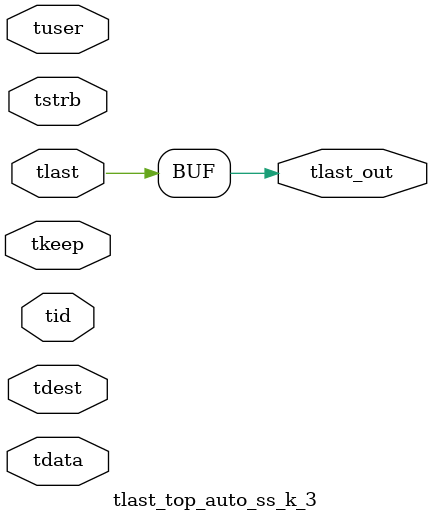
<source format=v>


`timescale 1ps/1ps

module tlast_top_auto_ss_k_3 #
(
parameter C_S_AXIS_TID_WIDTH   = 1,
parameter C_S_AXIS_TUSER_WIDTH = 0,
parameter C_S_AXIS_TDATA_WIDTH = 0,
parameter C_S_AXIS_TDEST_WIDTH = 0
)
(
input  [(C_S_AXIS_TID_WIDTH   == 0 ? 1 : C_S_AXIS_TID_WIDTH)-1:0       ] tid,
input  [(C_S_AXIS_TDATA_WIDTH == 0 ? 1 : C_S_AXIS_TDATA_WIDTH)-1:0     ] tdata,
input  [(C_S_AXIS_TUSER_WIDTH == 0 ? 1 : C_S_AXIS_TUSER_WIDTH)-1:0     ] tuser,
input  [(C_S_AXIS_TDEST_WIDTH == 0 ? 1 : C_S_AXIS_TDEST_WIDTH)-1:0     ] tdest,
input  [(C_S_AXIS_TDATA_WIDTH/8)-1:0 ] tkeep,
input  [(C_S_AXIS_TDATA_WIDTH/8)-1:0 ] tstrb,
input  [0:0]                                                             tlast,
output                                                                   tlast_out
);

assign tlast_out = {tlast};

endmodule


</source>
